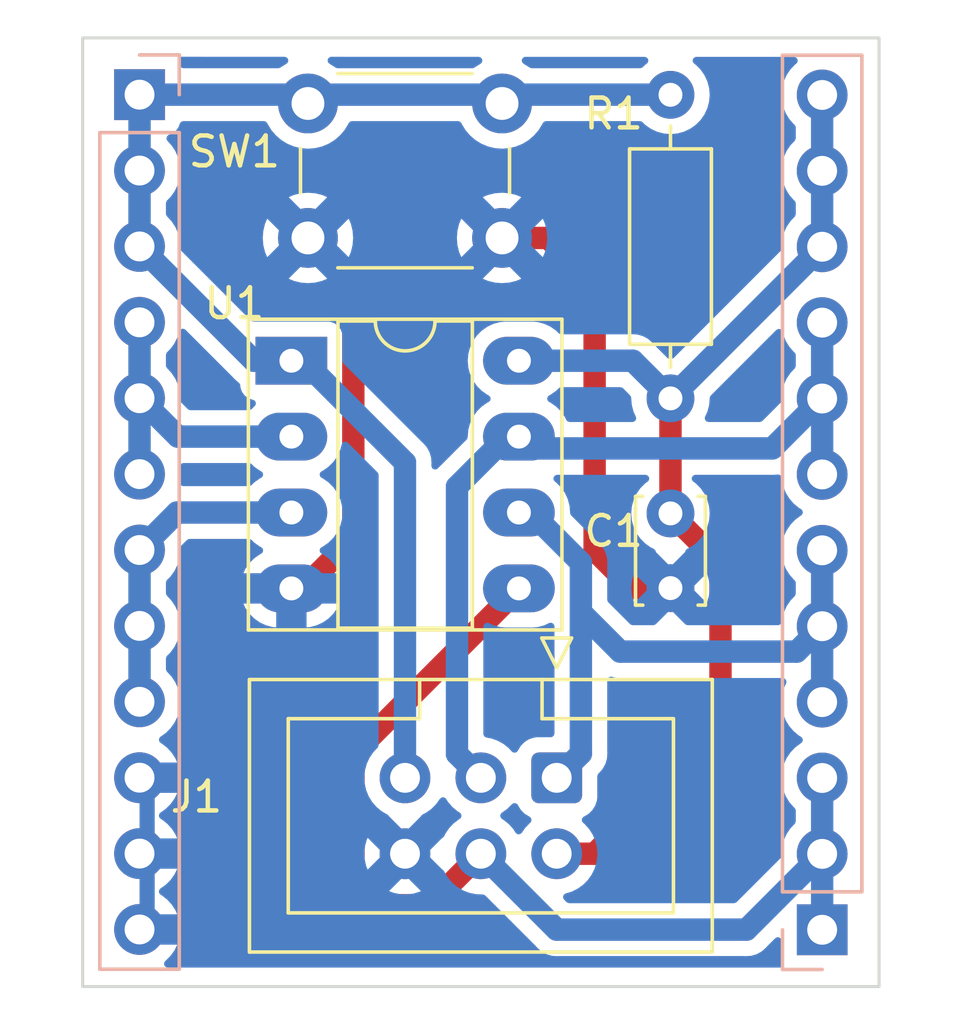
<source format=kicad_pcb>
(kicad_pcb (version 20211014) (generator pcbnew)
  (layers (0 "F.Cu" signal) (31 "B.Cu" signal) (34 "B.Paste" user) (35 "F.Paste" user) (36 "B.SilkS" user "B.Silkscreen") (37 "F.SilkS" user "F.Silkscreen") (38 "B.Mask" user) (39 "F.Mask" user) (44 "Edge.Cuts" user))
  (net 0 "")
  (net 1 "VCC")
  (net 2 "GND")
  (net 3 "Net-(J1-Pad1)")
  (net 4 "Net-(J1-Pad3)")
  (net 5 "Net-(J1-Pad5)")
  (net 6 "Net-(H1-Pad4)")
  (net 7 "Net-(H1-Pad7)")
  (net 8 "Net-(H2-Pad1)")
  (footprint "Package_DIP:DIP-8_W7.62mm_Socket_LongPads" (layer "F.Cu") (at 26.04 31.125)
    (fp_text reference "U1" (at -1.91 -1.915) (layer "F.SilkS"))
    (fp_text value "ATtiny13V-10P")
    (fp_line (start 6.06 8.95) (end 6.06 -1.33) (layer "F.SilkS") (width 0.12))
    (fp_line (start 1.56 8.95) (end 6.06 8.95) (layer "F.SilkS") (width 0.12))
    (fp_line (start -1.44 9.01) (end 9.06 9.01) (layer "F.SilkS") (width 0.12))
    (fp_line (start -1.44 -1.39) (end -1.44 9.01) (layer "F.SilkS") (width 0.12))
    (fp_line (start 9.06 9.01) (end 9.06 -1.39) (layer "F.SilkS") (width 0.12))
    (fp_line (start 2.81 -1.33) (end 1.56 -1.33) (layer "F.SilkS") (width 0.12))
    (fp_line (start 1.56 -1.33) (end 1.56 8.95) (layer "F.SilkS") (width 0.12))
    (fp_line (start 6.06 -1.33) (end 4.81 -1.33) (layer "F.SilkS") (width 0.12))
    (fp_line (start 9.06 -1.39) (end -1.44 -1.39) (layer "F.SilkS") (width 0.12))
    (fp_arc (start 4.81 -1.33) (mid 3.81 -0.33) (end 2.81 -1.33) (layer "F.SilkS") (width 0.12))
    (pad "1" thru_hole rect (at 0 0) (size 2.4 1.6) (drill 0.8) (layers *.Cu *.Mask) (net 5 "Net-(J1-Pad5)"))
    (pad "2" thru_hole oval (at 0 2.54) (size 2.4 1.6) (drill 0.8) (layers *.Cu *.Mask) (net 6 "Net-(H1-Pad4)"))
    (pad "3" thru_hole oval (at 0 5.08) (size 2.4 1.6) (drill 0.8) (layers *.Cu *.Mask) (net 7 "Net-(H1-Pad7)"))
    (pad "4" thru_hole oval (at 0 7.62) (size 2.4 1.6) (drill 0.8) (layers *.Cu *.Mask) (net 2 "GND"))
    (pad "5" thru_hole oval (at 7.62 7.62) (size 2.4 1.6) (drill 0.8) (layers *.Cu *.Mask) (net 8 "Net-(H2-Pad1)"))
    (pad "6" thru_hole oval (at 7.62 5.08) (size 2.4 1.6) (drill 0.8) (layers *.Cu *.Mask) (net 3 "Net-(J1-Pad1)"))
    (pad "7" thru_hole oval (at 7.62 2.54) (size 2.4 1.6) (drill 0.8) (layers *.Cu *.Mask) (net 4 "Net-(J1-Pad3)"))
    (pad "8" thru_hole oval (at 7.62 0) (size 2.4 1.6) (drill 0.8) (layers *.Cu *.Mask) (net 1 "VCC"))
  )
  (footprint "Capacitor_THT:C_Disc_D3.4mm_W2.1mm_P2.50mm" (layer "F.Cu") (at 38.735 36.235 -90)
    (fp_text reference "C1" (at 0.595 1.905 180) (layer "F.SilkS"))
    (fp_text value "100n")
    (fp_line (start -0.57 0.925) (end -0.57 1.17) (layer "F.SilkS") (width 0.12))
    (fp_line (start 3.07 0.925) (end 3.07 1.17) (layer "F.SilkS") (width 0.12))
    (fp_line (start -0.57 -1.17) (end 3.07 -1.17) (layer "F.SilkS") (width 0.12))
    (fp_line (start -0.57 1.17) (end 3.07 1.17) (layer "F.SilkS") (width 0.12))
    (fp_line (start 3.07 -1.17) (end 3.07 -0.925) (layer "F.SilkS") (width 0.12))
    (fp_line (start -0.57 -1.17) (end -0.57 -0.925) (layer "F.SilkS") (width 0.12))
    (pad "1" thru_hole circle (at 0 0 270) (size 1.6 1.6) (drill 0.8) (layers *.Cu *.Mask) (net 1 "VCC"))
    (pad "2" thru_hole circle (at 2.5 0 270) (size 1.6 1.6) (drill 0.8) (layers *.Cu *.Mask) (net 2 "GND"))
  )
  (footprint "Connector_IDC:IDC-Header_2x03_P2.54mm_Vertical" (layer "F.Cu") (at 34.925 45.085 -90)
    (fp_text reference "J1" (at 0.635 12.065 180) (layer "F.SilkS"))
    (fp_text value "AVR-ISP-6")
    (fp_line (start 5.83 10.29) (end -3.29 10.29) (layer "F.SilkS") (width 0.12))
    (fp_line (start -1.98 4.59) (end -3.29 4.59) (layer "F.SilkS") (width 0.12))
    (fp_line (start -3.29 -5.21) (end 5.83 -5.21) (layer "F.SilkS") (width 0.12))
    (fp_line (start 4.52 8.99) (end -1.98 8.99) (layer "F.SilkS") (width 0.12))
    (fp_line (start -1.98 0.49) (end -1.98 -3.91) (layer "F.SilkS") (width 0.12))
    (fp_line (start -1.98 -3.91) (end 4.52 -3.91) (layer "F.SilkS") (width 0.12))
    (fp_line (start -4.68 -0.5) (end -4.68 0.5) (layer "F.SilkS") (width 0.12))
    (fp_line (start -3.29 10.29) (end -3.29 -5.21) (layer "F.SilkS") (width 0.12))
    (fp_line (start -1.98 4.59) (end -1.98 4.59) (layer "F.SilkS") (width 0.12))
    (fp_line (start 5.83 -5.21) (end 5.83 10.29) (layer "F.SilkS") (width 0.12))
    (fp_line (start -3.29 0.49) (end -1.98 0.49) (layer "F.SilkS") (width 0.12))
    (fp_line (start -4.68 0.5) (end -3.68 0) (layer "F.SilkS") (width 0.12))
    (fp_line (start -1.98 8.99) (end -1.98 4.59) (layer "F.SilkS") (width 0.12))
    (fp_line (start -3.68 0) (end -4.68 -0.5) (layer "F.SilkS") (width 0.12))
    (fp_line (start 4.52 -3.91) (end 4.52 8.99) (layer "F.SilkS") (width 0.12))
    (pad "1" thru_hole roundrect (at 0 0 270) (size 1.7 1.7) (drill 1) (layers *.Cu *.Mask) (roundrect_rratio 0.147059) (net 3 "Net-(J1-Pad1)"))
    (pad "2" thru_hole circle (at 2.54 0 270) (size 1.7 1.7) (drill 1) (layers *.Cu *.Mask) (net 1 "VCC"))
    (pad "3" thru_hole circle (at 0 2.54 270) (size 1.7 1.7) (drill 1) (layers *.Cu *.Mask) (net 4 "Net-(J1-Pad3)"))
    (pad "4" thru_hole circle (at 2.54 2.54 270) (size 1.7 1.7) (drill 1) (layers *.Cu *.Mask) (net 8 "Net-(H2-Pad1)"))
    (pad "5" thru_hole circle (at 0 5.08 270) (size 1.7 1.7) (drill 1) (layers *.Cu *.Mask) (net 5 "Net-(J1-Pad5)"))
    (pad "6" thru_hole circle (at 2.54 5.08 270) (size 1.7 1.7) (drill 1) (layers *.Cu *.Mask) (net 2 "GND"))
  )
  (footprint "Button_Switch_THT:SW_PUSH_6mm" (layer "F.Cu") (at 26.595 22.515)
    (fp_text reference "SW1" (at -2.465 1.615) (layer "F.SilkS"))
    (fp_text value "SW_Push")
    (fp_line (start 5.5 -1) (end 1 -1) (layer "F.SilkS") (width 0.12))
    (fp_line (start 6.75 3) (end 6.75 1.5) (layer "F.SilkS") (width 0.12))
    (fp_line (start 1 5.5) (end 5.5 5.5) (layer "F.SilkS") (width 0.12))
    (fp_line (start -0.25 1.5) (end -0.25 3) (layer "F.SilkS") (width 0.12))
    (pad "1" thru_hole circle (at 0 0 90) (size 2 2) (drill 1.1) (layers *.Cu *.Mask) (net 5 "Net-(J1-Pad5)"))
    (pad "1" thru_hole circle (at 6.5 0 90) (size 2 2) (drill 1.1) (layers *.Cu *.Mask) (net 5 "Net-(J1-Pad5)"))
    (pad "2" thru_hole circle (at 6.5 4.5 90) (size 2 2) (drill 1.1) (layers *.Cu *.Mask) (net 2 "GND"))
    (pad "2" thru_hole circle (at 0 4.5 90) (size 2 2) (drill 1.1) (layers *.Cu *.Mask) (net 2 "GND"))
  )
  (footprint "Resistor_THT:R_Axial_DIN0207_L6.3mm_D2.5mm_P10.16mm_Horizontal" (layer "F.Cu") (at 38.735 22.225 -90)
    (fp_text reference "R1" (at 0.635 1.905 180) (layer "F.SilkS"))
    (fp_text value "10K")
    (fp_line (start 8.35 1.37) (end 8.35 -1.37) (layer "F.SilkS") (width 0.12))
    (fp_line (start 8.35 -1.37) (end 1.81 -1.37) (layer "F.SilkS") (width 0.12))
    (fp_line (start 1.81 1.37) (end 8.35 1.37) (layer "F.SilkS") (width 0.12))
    (fp_line (start 1.04 0) (end 1.81 0) (layer "F.SilkS") (width 0.12))
    (fp_line (start 9.12 0) (end 8.35 0) (layer "F.SilkS") (width 0.12))
    (fp_line (start 1.81 -1.37) (end 1.81 1.37) (layer "F.SilkS") (width 0.12))
    (pad "1" thru_hole circle (at 0 0 270) (size 1.6 1.6) (drill 0.8) (layers *.Cu *.Mask) (net 5 "Net-(J1-Pad5)"))
    (pad "2" thru_hole oval (at 10.16 0 270) (size 1.6 1.6) (drill 0.8) (layers *.Cu *.Mask) (net 1 "VCC"))
  )
  (footprint "Connector_PinHeader_2.54mm:PinHeader_1x12_P2.54mm_Vertical" (layer "B.Cu") (at 43.815 50.17)
    (fp_text reference "H2" hide)
    (fp_text value "Conn_01x12")
    (fp_line (start -1.33 -29.27) (end 1.33 -29.27) (layer "B.SilkS") (width 0.12))
    (fp_line (start -1.33 -1.27) (end -1.33 -29.27) (layer "B.SilkS") (width 0.12))
    (fp_line (start -1.33 -1.27) (end 1.33 -1.27) (layer "B.SilkS") (width 0.12))
    (fp_line (start -1.33 0) (end -1.33 1.33) (layer "B.SilkS") (width 0.12))
    (fp_line (start 1.33 -1.27) (end 1.33 -29.27) (layer "B.SilkS") (width 0.12))
    (fp_line (start -1.33 1.33) (end 0 1.33) (layer "B.SilkS") (width 0.12))
    (pad "1" thru_hole rect (at 0 0) (size 1.7 1.7) (drill 1) (layers *.Cu *.Mask) (net 8 "Net-(H2-Pad1)"))
    (pad "2" thru_hole oval (at 0 -2.54) (size 1.7 1.7) (drill 1) (layers *.Cu *.Mask) (net 8 "Net-(H2-Pad1)"))
    (pad "3" thru_hole oval (at 0 -5.08) (size 1.7 1.7) (drill 1) (layers *.Cu *.Mask) (net 8 "Net-(H2-Pad1)"))
    (pad "4" thru_hole oval (at 0 -7.62) (size 1.7 1.7) (drill 1) (layers *.Cu *.Mask) (net 3 "Net-(J1-Pad1)"))
    (pad "5" thru_hole oval (at 0 -10.16) (size 1.7 1.7) (drill 1) (layers *.Cu *.Mask) (net 3 "Net-(J1-Pad1)"))
    (pad "6" thru_hole oval (at 0 -12.7) (size 1.7 1.7) (drill 1) (layers *.Cu *.Mask) (net 3 "Net-(J1-Pad1)"))
    (pad "7" thru_hole oval (at 0 -15.24) (size 1.7 1.7) (drill 1) (layers *.Cu *.Mask) (net 4 "Net-(J1-Pad3)"))
    (pad "8" thru_hole oval (at 0 -17.78) (size 1.7 1.7) (drill 1) (layers *.Cu *.Mask) (net 4 "Net-(J1-Pad3)"))
    (pad "9" thru_hole oval (at 0 -20.32) (size 1.7 1.7) (drill 1) (layers *.Cu *.Mask) (net 4 "Net-(J1-Pad3)"))
    (pad "10" thru_hole oval (at 0 -22.86) (size 1.7 1.7) (drill 1) (layers *.Cu *.Mask) (net 1 "VCC"))
    (pad "11" thru_hole oval (at 0 -25.4) (size 1.7 1.7) (drill 1) (layers *.Cu *.Mask) (net 1 "VCC"))
    (pad "12" thru_hole oval (at 0 -27.94) (size 1.7 1.7) (drill 1) (layers *.Cu *.Mask) (net 1 "VCC"))
  )
  (footprint "Connector_PinHeader_2.54mm:PinHeader_1x12_P2.54mm_Vertical" (layer "B.Cu") (at 20.955 22.22 180)
    (fp_text reference "H1" hide)
    (fp_text value "Conn_01x12")
    (fp_line (start -1.33 1.33) (end 0 1.33) (layer "B.SilkS") (width 0.12))
    (fp_line (start -1.33 -29.27) (end 1.33 -29.27) (layer "B.SilkS") (width 0.12))
    (fp_line (start 1.33 -1.27) (end 1.33 -29.27) (layer "B.SilkS") (width 0.12))
    (fp_line (start -1.33 -1.27) (end 1.33 -1.27) (layer "B.SilkS") (width 0.12))
    (fp_line (start -1.33 0) (end -1.33 1.33) (layer "B.SilkS") (width 0.12))
    (fp_line (start -1.33 -1.27) (end -1.33 -29.27) (layer "B.SilkS") (width 0.12))
    (pad "1" thru_hole rect (at 0 0 180) (size 1.7 1.7) (drill 1) (layers *.Cu *.Mask) (net 5 "Net-(J1-Pad5)"))
    (pad "2" thru_hole oval (at 0 -2.54 180) (size 1.7 1.7) (drill 1) (layers *.Cu *.Mask) (net 5 "Net-(J1-Pad5)"))
    (pad "3" thru_hole oval (at 0 -5.08 180) (size 1.7 1.7) (drill 1) (layers *.Cu *.Mask) (net 5 "Net-(J1-Pad5)"))
    (pad "4" thru_hole oval (at 0 -7.62 180) (size 1.7 1.7) (drill 1) (layers *.Cu *.Mask) (net 6 "Net-(H1-Pad4)"))
    (pad "5" thru_hole oval (at 0 -10.16 180) (size 1.7 1.7) (drill 1) (layers *.Cu *.Mask) (net 6 "Net-(H1-Pad4)"))
    (pad "6" thru_hole oval (at 0 -12.7 180) (size 1.7 1.7) (drill 1) (layers *.Cu *.Mask) (net 6 "Net-(H1-Pad4)"))
    (pad "7" thru_hole oval (at 0 -15.24 180) (size 1.7 1.7) (drill 1) (layers *.Cu *.Mask) (net 7 "Net-(H1-Pad7)"))
    (pad "8" thru_hole oval (at 0 -17.78 180) (size 1.7 1.7) (drill 1) (layers *.Cu *.Mask) (net 7 "Net-(H1-Pad7)"))
    (pad "9" thru_hole oval (at 0 -20.32 180) (size 1.7 1.7) (drill 1) (layers *.Cu *.Mask) (net 7 "Net-(H1-Pad7)"))
    (pad "10" thru_hole oval (at 0 -22.86 180) (size 1.7 1.7) (drill 1) (layers *.Cu *.Mask) (net 2 "GND"))
    (pad "11" thru_hole oval (at 0 -25.4 180) (size 1.7 1.7) (drill 1) (layers *.Cu *.Mask) (net 2 "GND"))
    (pad "12" thru_hole oval (at 0 -27.94 180) (size 1.7 1.7) (drill 1) (layers *.Cu *.Mask) (net 2 "GND"))
  )
  (gr_rect (start 19.05 20.32) (end 45.72 52.07) (layer "Edge.Cuts") (width 0.1) (fill none))
  (segment (start 36.195 47.625) (end 34.925 47.625) (width 0.75) (layer "F.Cu") (net 1))
  (segment (start 38.735 32.385) (end 38.735 36.235) (width 0.75) (layer "F.Cu") (net 1))
  (segment (start 38.735 36.235) (end 40.409511 37.909511) (width 0.75) (layer "F.Cu") (net 1))
  (segment (start 40.409511 37.909511) (end 40.409511 43.410489) (width 0.75) (layer "F.Cu") (net 1))
  (segment (start 40.409511 43.410489) (end 36.195 47.625) (width 0.75) (layer "F.Cu") (net 1))
  (segment (start 37.475 31.125) (end 38.735 32.385) (width 0.75) (layer "B.Cu") (net 1))
  (segment (start 33.66 31.125) (end 37.475 31.125) (width 0.75) (layer "B.Cu") (net 1))
  (segment (start 43.815 27.31) (end 43.815 22.23) (width 0.75) (layer "B.Cu") (net 1))
  (segment (start 38.74 32.385) (end 43.815 27.31) (width 0.75) (layer "B.Cu") (net 1))
  (segment (start 38.735 32.385) (end 38.74 32.385) (width 0.75) (layer "B.Cu") (net 1))
  (segment (start 37.465 38.735) (end 38.735 38.735) (width 0.75) (layer "F.Cu") (net 2))
  (segment (start 26.595 27.015) (end 28.11452 28.53452) (width 0.75) (layer "F.Cu") (net 2))
  (segment (start 34.635 27.015) (end 36.195 28.575) (width 0.75) (layer "F.Cu") (net 2))
  (segment (start 26.44 38.745) (end 26.04 38.745) (width 0.75) (layer "F.Cu") (net 2))
  (segment (start 28.11452 37.07048) (end 26.44 38.745) (width 0.75) (layer "F.Cu") (net 2))
  (segment (start 33.095 27.015) (end 34.635 27.015) (width 0.75) (layer "F.Cu") (net 2))
  (segment (start 36.195 28.575) (end 36.195 37.465) (width 0.75) (layer "F.Cu") (net 2))
  (segment (start 28.11452 28.53452) (end 28.11452 37.07048) (width 0.75) (layer "F.Cu") (net 2))
  (segment (start 36.195 37.465) (end 37.465 38.735) (width 0.75) (layer "F.Cu") (net 2))
  (segment (start 43.815 42.55) (end 43.815 37.47) (width 0.75) (layer "B.Cu") (net 3))
  (segment (start 33.66 36.205) (end 34.06 36.205) (width 0.75) (layer "B.Cu") (net 3))
  (segment (start 35.73452 44.27548) (end 34.925 45.085) (width 0.75) (layer "B.Cu") (net 3))
  (segment (start 34.06 36.205) (end 35.73452 37.87952) (width 0.75) (layer "B.Cu") (net 3))
  (segment (start 42.965 40.86) (end 37.05 40.86) (width 0.75) (layer "B.Cu") (net 3))
  (segment (start 37.05 40.86) (end 35.73452 39.54452) (width 0.75) (layer "B.Cu") (net 3))
  (segment (start 35.73452 37.87952) (end 35.73452 39.54452) (width 0.75) (layer "B.Cu") (net 3))
  (segment (start 43.815 40.01) (end 42.965 40.86) (width 0.75) (layer "B.Cu") (net 3))
  (segment (start 35.73452 39.54452) (end 35.73452 44.27548) (width 0.75) (layer "B.Cu") (net 3))
  (segment (start 33.66 33.665) (end 34.054511 34.059511) (width 0.75) (layer "B.Cu") (net 4))
  (segment (start 34.054511 34.059511) (end 42.145489 34.059511) (width 0.75) (layer "B.Cu") (net 4))
  (segment (start 33.26 33.665) (end 31.58548 35.33952) (width 0.75) (layer "B.Cu") (net 4))
  (segment (start 33.66 33.665) (end 33.26 33.665) (width 0.75) (layer "B.Cu") (net 4))
  (segment (start 31.58548 35.33952) (end 31.58548 44.28548) (width 0.75) (layer "B.Cu") (net 4))
  (segment (start 42.145489 34.059511) (end 43.815 32.39) (width 0.75) (layer "B.Cu") (net 4))
  (segment (start 31.58548 44.28548) (end 32.385 45.085) (width 0.75) (layer "B.Cu") (net 4))
  (segment (start 43.815 34.93) (end 43.815 29.85) (width 0.75) (layer "B.Cu") (net 4))
  (segment (start 26.44 31.125) (end 29.845 34.53) (width 0.75) (layer "B.Cu") (net 5))
  (segment (start 29.845 34.53) (end 29.845 45.085) (width 0.75) (layer "B.Cu") (net 5))
  (segment (start 38.73 22.22) (end 38.735 22.225) (width 0.75) (layer "B.Cu") (net 5))
  (segment (start 26.04 31.125) (end 26.44 31.125) (width 0.75) (layer "B.Cu") (net 5))
  (segment (start 24.78 31.125) (end 20.955 27.3) (width 0.75) (layer "B.Cu") (net 5))
  (segment (start 20.955 22.22) (end 38.73 22.22) (width 0.75) (layer "B.Cu") (net 5))
  (segment (start 26.04 31.125) (end 24.78 31.125) (width 0.75) (layer "B.Cu") (net 5))
  (segment (start 20.955 22.22) (end 20.955 27.3) (width 0.75) (layer "B.Cu") (net 5))
  (segment (start 22.24 33.665) (end 20.955 32.38) (width 0.75) (layer "B.Cu") (net 6))
  (segment (start 26.04 33.665) (end 22.24 33.665) (width 0.75) (layer "B.Cu") (net 6))
  (segment (start 20.955 29.84) (end 20.955 34.92) (width 0.75) (layer "B.Cu") (net 6))
  (segment (start 22.21 36.205) (end 26.04 36.205) (width 0.75) (layer "B.Cu") (net 7))
  (segment (start 20.955 42.54) (end 20.955 37.46) (width 0.75) (layer "B.Cu") (net 7))
  (segment (start 20.955 37.46) (end 22.21 36.205) (width 0.75) (layer "B.Cu") (net 7))
  (segment (start 28.120489 44.284511) (end 28.120489 48.339317) (width 0.75) (layer "F.Cu") (net 8))
  (segment (start 29.130683 49.349511) (end 30.660489 49.349511) (width 0.75) (layer "F.Cu") (net 8))
  (segment (start 28.120489 48.339317) (end 29.130683 49.349511) (width 0.75) (layer "F.Cu") (net 8))
  (segment (start 33.66 38.745) (end 28.120489 44.284511) (width 0.75) (layer "F.Cu") (net 8))
  (segment (start 30.660489 49.349511) (end 32.385 47.625) (width 0.75) (layer "F.Cu") (net 8))
  (segment (start 43.815 50.17) (end 43.815 45.09) (width 0.75) (layer "B.Cu") (net 8))
  (segment (start 41.28 50.165) (end 34.925 50.165) (width 0.75) (layer "B.Cu") (net 8))
  (segment (start 34.925 50.165) (end 32.385 47.625) (width 0.75) (layer "B.Cu") (net 8))
  (segment (start 43.815 47.63) (end 41.28 50.165) (width 0.75) (layer "B.Cu") (net 8))
  (zone (net 2) (net_name "GND") (layer "B.Cu") (connect_pads (clearance 0.508)) (min_thickness 0.254) (fill yes (thermal_gap 0.508) (thermal_bridge_width 1.016) (island_removal_mode 1) (island_area_min 0))
    (polygon (pts (xy 43.815 51.435) (xy 20.955 51.435) (xy 20.955278 20.95) (xy 43.815278 20.955)))
  )
)
</source>
